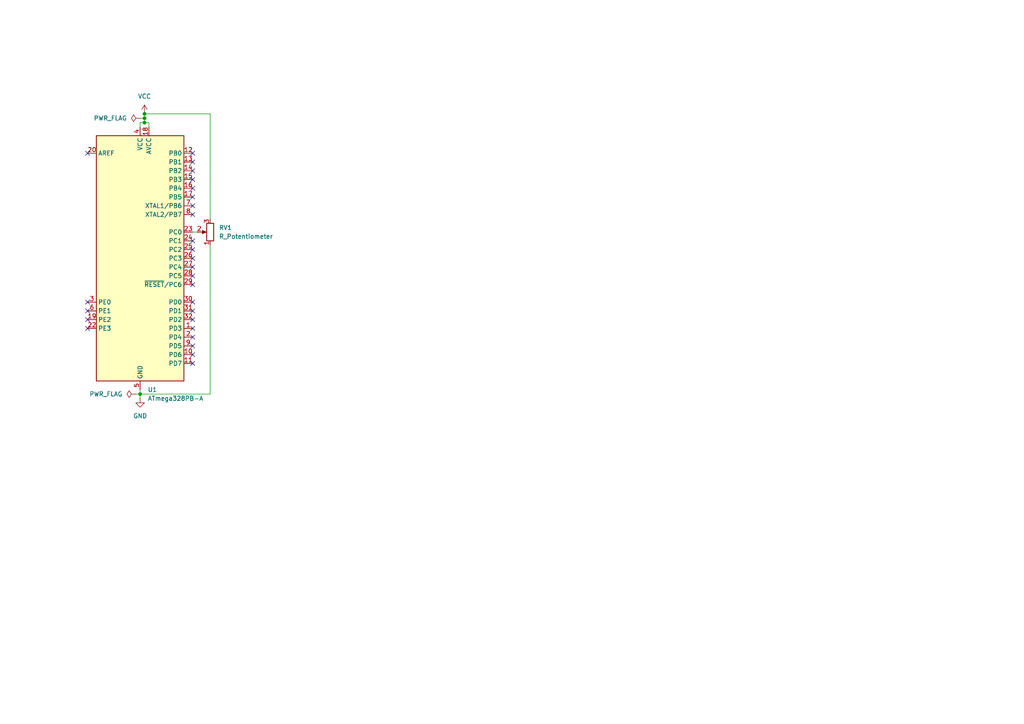
<source format=kicad_sch>
(kicad_sch (version 20231120) (generator "eeschema") (generator_version "8.0")
  (paper "A4")
  (lib_symbols
    (symbol "Device:R_Potentiometer" (pin_names (offset 1.016) hide)
      (property "Reference" "RV" (at -4.445 0 90))
      (property "Value" "R_Potentiometer" (at -2.54 0 90))
      (symbol "R_Potentiometer_0_1"
        (polyline (pts (xy 2.54 0) (xy 1.524 0)))
        (polyline (pts (xy 1.143 0) (xy 2.286 0.508) (xy 2.286 -0.508) (xy 1.143 0)) (fill (type outline)))
        (rectangle (start 1.016 2.54) (end -1.016 -2.54) (stroke (width 0.254)))
      )
      (symbol "R_Potentiometer_1_1"
        (pin passive line (at 0 3.81 270) (length 1.27) (name "1") (number "1"))
        (pin passive line (at 3.81 0 180) (length 1.27) (name "2") (number "2"))
        (pin passive line (at 0 -3.81 90) (length 1.27) (name "3") (number "3"))
      )
    )
    (symbol "MCU_Microchip_ATmega:ATmega328PB-A"
      (property "Reference" "U" (at -12.7 36.83 0))
      (property "Value" "ATmega328PB-A" (at 2.54 -36.83 0))
      (symbol "ATmega328PB-A_0_1"
        (rectangle (start -12.7 -35.56) (end 12.7 35.56) (stroke (width 0.254)) (fill (type background)))
      )
      (symbol "ATmega328PB-A_1_1"
        (pin bidirectional line (at 15.24 -20.32 180) (length 2.54) (name "PD3") (number "1"))
        (pin bidirectional line (at 15.24 -27.94 180) (length 2.54) (name "PD6") (number "10"))
        (pin bidirectional line (at 15.24 -30.48 180) (length 2.54) (name "PD7") (number "11"))
        (pin bidirectional line (at 15.24 30.48 180) (length 2.54) (name "PB0") (number "12"))
        (pin bidirectional line (at 15.24 27.94 180) (length 2.54) (name "PB1") (number "13"))
        (pin bidirectional line (at 15.24 25.4 180) (length 2.54) (name "PB2") (number "14"))
        (pin bidirectional line (at 15.24 22.86 180) (length 2.54) (name "PB3") (number "15"))
        (pin bidirectional line (at 15.24 20.32 180) (length 2.54) (name "PB4") (number "16"))
        (pin bidirectional line (at 15.24 17.78 180) (length 2.54) (name "PB5") (number "17"))
        (pin power_in line (at 2.54 38.1 270) (length 2.54) (name "AVCC") (number "18"))
        (pin bidirectional line (at -15.24 -17.78 0) (length 2.54) (name "PE2") (number "19"))
        (pin bidirectional line (at 15.24 -22.86 180) (length 2.54) (name "PD4") (number "2"))
        (pin passive line (at -15.24 30.48 0) (length 2.54) (name "AREF") (number "20"))
        (pin passive line (at 0 -38.1 90) (length 2.54) hide (name "GND") (number "21"))
        (pin bidirectional line (at -15.24 -20.32 0) (length 2.54) (name "PE3") (number "22"))
        (pin bidirectional line (at 15.24 7.62 180) (length 2.54) (name "PC0") (number "23"))
        (pin bidirectional line (at 15.24 5.08 180) (length 2.54) (name "PC1") (number "24"))
        (pin bidirectional line (at 15.24 2.54 180) (length 2.54) (name "PC2") (number "25"))
        (pin bidirectional line (at 15.24 0 180) (length 2.54) (name "PC3") (number "26"))
        (pin bidirectional line (at 15.24 -2.54 180) (length 2.54) (name "PC4") (number "27"))
        (pin bidirectional line (at 15.24 -5.08 180) (length 2.54) (name "PC5") (number "28"))
        (pin bidirectional line (at 15.24 -7.62 180) (length 2.54) (name "~{RESET}/PC6") (number "29"))
        (pin bidirectional line (at -15.24 -12.7 0) (length 2.54) (name "PE0") (number "3"))
        (pin bidirectional line (at 15.24 -12.7 180) (length 2.54) (name "PD0") (number "30"))
        (pin bidirectional line (at 15.24 -15.24 180) (length 2.54) (name "PD1") (number "31"))
        (pin bidirectional line (at 15.24 -17.78 180) (length 2.54) (name "PD2") (number "32"))
        (pin power_in line (at 0 38.1 270) (length 2.54) (name "VCC") (number "4"))
        (pin power_in line (at 0 -38.1 90) (length 2.54) (name "GND") (number "5"))
        (pin bidirectional line (at -15.24 -15.24 0) (length 2.54) (name "PE1") (number "6"))
        (pin bidirectional line (at 15.24 15.24 180) (length 2.54) (name "XTAL1/PB6") (number "7"))
        (pin bidirectional line (at 15.24 12.7 180) (length 2.54) (name "XTAL2/PB7") (number "8"))
        (pin bidirectional line (at 15.24 -25.4 180) (length 2.54) (name "PD5") (number "9"))
      )
    )
    (symbol "power:GND" (power) (pin_numbers hide) (pin_names (offset 0) hide)
      (property "Value" "GND" (at 0 -3.81 0))
      (symbol "GND_0_1"
        (polyline (pts (xy 0 0) (xy 0 -1.27) (xy 1.27 -1.27) (xy 0 -2.54) (xy -1.27 -1.27) (xy 0 -1.27)))
      )
      (symbol "GND_1_1"
        (pin power_in line (at 0 0 270) (length 0) (name "~") (number "1"))
      )
    )
    (symbol "power:PWR_FLAG" (power) (pin_numbers hide) (pin_names (offset 0) hide)
      (property "Value" "PWR_FLAG" (at 0 3.81 0))
      (symbol "PWR_FLAG_0_0"
        (pin power_out line (at 0 0 90) (length 0) (name "~") (number "1"))
      )
      (symbol "PWR_FLAG_0_1"
        (polyline (pts (xy 0 0) (xy 0 1.27) (xy -1.016 1.905) (xy 0 2.54) (xy 1.016 1.905) (xy 0 1.27)))
      )
    )
    (symbol "power:VCC" (power) (pin_numbers hide) (pin_names (offset 0) hide)
      (property "Value" "VCC" (at 0 3.556 0))
      (symbol "VCC_0_1"
        (polyline (pts (xy -0.762 1.27) (xy 0 2.54)))
        (polyline (pts (xy 0 0) (xy 0 2.54)))
        (polyline (pts (xy 0 2.54) (xy 0.762 1.27)))
      )
      (symbol "VCC_1_1"
        (pin power_in line (at 0 0 90) (length 0) (name "~") (number "1"))
      )
    )
  )
  (junction (at 41.91 35.56))
  (junction (at 40.64 114.3))
  (junction (at 41.91 34.29))
  (junction (at 41.91 33.02))
  (no_connect (at 55.88 105.41))
  (no_connect (at 55.88 69.85))
  (no_connect (at 25.4 92.71))
  (no_connect (at 55.88 90.17))
  (no_connect (at 55.88 44.45))
  (no_connect (at 55.88 87.63))
  (no_connect (at 25.4 90.17))
  (no_connect (at 55.88 77.47))
  (no_connect (at 55.88 46.99))
  (no_connect (at 55.88 97.79))
  (no_connect (at 55.88 59.69))
  (no_connect (at 55.88 100.33))
  (no_connect (at 55.88 82.55))
  (no_connect (at 25.4 44.45))
  (no_connect (at 55.88 95.25))
  (no_connect (at 55.88 57.15))
  (no_connect (at 55.88 74.93))
  (no_connect (at 55.88 72.39))
  (no_connect (at 55.88 62.23))
  (no_connect (at 55.88 52.07))
  (no_connect (at 55.88 49.53))
  (no_connect (at 55.88 54.61))
  (no_connect (at 25.4 95.25))
  (no_connect (at 55.88 80.01))
  (no_connect (at 55.88 92.71))
  (no_connect (at 55.88 102.87))
  (no_connect (at 25.4 87.63))
  (wire (pts (xy 57.15 67.31) (xy 55.88 67.31)))
  (wire (pts (xy 60.96 114.3) (xy 40.64 114.3)))
  (wire (pts (xy 40.64 34.29) (xy 41.91 34.29)))
  (wire (pts (xy 60.96 33.02) (xy 41.91 33.02)))
  (wire (pts (xy 43.18 36.83) (xy 43.18 35.56)))
  (wire (pts (xy 39.37 114.3) (xy 40.64 114.3)))
  (wire (pts (xy 40.64 113.03) (xy 40.64 114.3)))
  (wire (pts (xy 41.91 35.56) (xy 40.64 35.56)))
  (wire (pts (xy 40.64 114.3) (xy 40.64 115.57)))
  (wire (pts (xy 41.91 34.29) (xy 41.91 35.56)))
  (wire (pts (xy 60.96 71.12) (xy 60.96 114.3)))
  (wire (pts (xy 60.96 63.5) (xy 60.96 33.02)))
  (wire (pts (xy 43.18 35.56) (xy 41.91 35.56)))
  (wire (pts (xy 41.91 33.02) (xy 41.91 34.29)))
  (wire (pts (xy 40.64 35.56) (xy 40.64 36.83)))
  (symbol (lib_id "power:PWR_FLAG") (at 39.37 114.3 90) (unit 1)
    (property "Reference" "#FLG01" (effects (hide yes)))
    (property "Value" "PWR_FLAG" (at 35.56 114.2999 90) (effects (justify left)))
    (property "Description" "Special symbol for telling ERC where power comes from" (effects (hide yes)))
  )
  (symbol (lib_id "power:PWR_FLAG") (at 40.64 34.29 90) (unit 1)
    (property "Reference" "#FLG02" (effects (hide yes)))
    (property "Value" "PWR_FLAG" (at 36.83 34.2899 90) (effects (justify left)))
    (property "Description" "Special symbol for telling ERC where power comes from" (effects (hide yes)))
  )
  (symbol (lib_id "Device:R_Potentiometer") (at 60.96 67.31 180) (unit 1)
    (property "Reference" "RV1" (at 63.5 66.0399 0) (effects (justify right)))
    (property "Value" "R_Potentiometer" (at 63.5 68.5799 0) (effects (justify right)))
    (property "Description" "Potentiometer" (effects (hide yes)))
  )
  (symbol (lib_id "power:VCC") (at 41.91 33.02 0) (unit 1)
    (property "Reference" "#PWR02" (effects (hide yes)))
    (property "Value" "VCC" (at 41.91 27.94 0))
    (property "Description" "Power symbol creates a global label with name \"VCC\"" (effects (hide yes)))
  )
  (symbol (lib_id "power:GND") (at 40.64 115.57 0) (unit 1)
    (property "Reference" "#PWR01" (effects (hide yes)))
    (property "Value" "GND" (at 40.64 120.65 0))
    (property "Description" "Power symbol creates a global label with name \"GND\" , ground" (effects (hide yes)))
  )
  (symbol (lib_id "MCU_Microchip_ATmega:ATmega328PB-A") (at 40.64 74.93 0) (unit 1)
    (property "Reference" "U1" (at 42.8341 113.03 0) (effects (justify left)))
    (property "Value" "ATmega328PB-A" (at 42.8341 115.57 0) (effects (justify left)))
    (property "Footprint" "Package_QFP:TQFP-32_7x7mm_P0.8mm" (effects (hide yes)))
    (property "Datasheet" "http://ww1.microchip.com/downloads/en/DeviceDoc/40001906C.pdf" (effects (hide yes)))
    (property "Description" "20MHz, 32kB Flash, 2kB SRAM, 1kB EEPROM, TQFP-32" (effects (hide yes)))
  )
)
</source>
